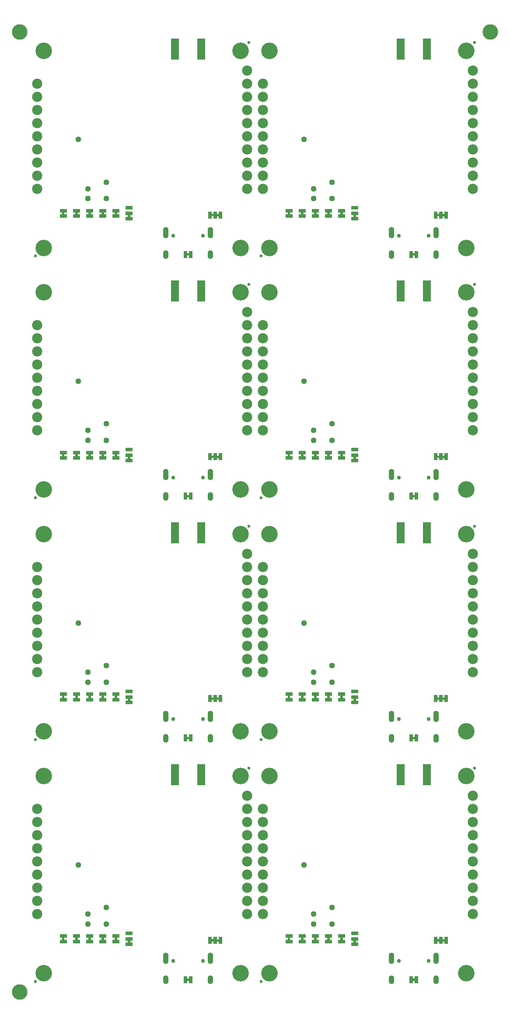
<source format=gbs>
%TF.GenerationSoftware,KiCad,Pcbnew,8.0.7*%
%TF.CreationDate,2025-01-02T13:45:23-07:00*%
%TF.ProjectId,SparkFun_RTK_Postcard_panelized,53706172-6b46-4756-9e5f-52544b5f506f,rev?*%
%TF.SameCoordinates,Original*%
%TF.FileFunction,Soldermask,Bot*%
%TF.FilePolarity,Negative*%
%FSLAX46Y46*%
G04 Gerber Fmt 4.6, Leading zero omitted, Abs format (unit mm)*
G04 Created by KiCad (PCBNEW 8.0.7) date 2025-01-02 13:45:23*
%MOMM*%
%LPD*%
G01*
G04 APERTURE LIST*
G04 Aperture macros list*
%AMRoundRect*
0 Rectangle with rounded corners*
0 $1 Rounding radius*
0 $2 $3 $4 $5 $6 $7 $8 $9 X,Y pos of 4 corners*
0 Add a 4 corners polygon primitive as box body*
4,1,4,$2,$3,$4,$5,$6,$7,$8,$9,$2,$3,0*
0 Add four circle primitives for the rounded corners*
1,1,$1+$1,$2,$3*
1,1,$1+$1,$4,$5*
1,1,$1+$1,$6,$7*
1,1,$1+$1,$8,$9*
0 Add four rect primitives between the rounded corners*
20,1,$1+$1,$2,$3,$4,$5,0*
20,1,$1+$1,$4,$5,$6,$7,0*
20,1,$1+$1,$6,$7,$8,$9,0*
20,1,$1+$1,$8,$9,$2,$3,0*%
G04 Aperture macros list end*
%ADD10C,0.000000*%
%ADD11C,3.000000*%
%ADD12RoundRect,0.558000X-0.000010X0.000010X-0.000010X-0.000010X0.000010X-0.000010X0.000010X0.000010X0*%
%ADD13RoundRect,0.050000X-0.635000X0.330200X-0.635000X-0.330200X0.635000X-0.330200X0.635000X0.330200X0*%
%ADD14RoundRect,0.050000X-0.330200X-0.635000X0.330200X-0.635000X0.330200X0.635000X-0.330200X0.635000X0*%
%ADD15RoundRect,0.050000X0.330200X0.635000X-0.330200X0.635000X-0.330200X-0.635000X0.330200X-0.635000X0*%
%ADD16C,0.600000*%
%ADD17RoundRect,0.050000X0.635000X-0.330200X0.635000X0.330200X-0.635000X0.330200X-0.635000X-0.330200X0*%
%ADD18C,3.200000*%
%ADD19C,1.979600*%
%ADD20C,0.750000*%
%ADD21O,1.100000X1.700000*%
%ADD22O,1.100000X2.200000*%
%ADD23RoundRect,0.050000X-0.750000X-2.000000X0.750000X-2.000000X0.750000X2.000000X-0.750000X2.000000X0*%
G04 APERTURE END LIST*
D10*
%TO.C,JP5*%
G36*
X52810500Y149137500D02*
G01*
X52329500Y149137500D01*
X52329500Y149645500D01*
X52810500Y149645500D01*
X52810500Y149137500D01*
G37*
G36*
X52810500Y102409500D02*
G01*
X52329500Y102409500D01*
X52329500Y102917500D01*
X52810500Y102917500D01*
X52810500Y102409500D01*
G37*
G36*
X52810500Y55681500D02*
G01*
X52329500Y55681500D01*
X52329500Y56189500D01*
X52810500Y56189500D01*
X52810500Y55681500D01*
G37*
G36*
X52810500Y8953500D02*
G01*
X52329500Y8953500D01*
X52329500Y9461500D01*
X52810500Y9461500D01*
X52810500Y8953500D01*
G37*
G36*
X9130500Y149137500D02*
G01*
X8649500Y149137500D01*
X8649500Y149645500D01*
X9130500Y149645500D01*
X9130500Y149137500D01*
G37*
G36*
X9130500Y102409500D02*
G01*
X8649500Y102409500D01*
X8649500Y102917500D01*
X9130500Y102917500D01*
X9130500Y102409500D01*
G37*
G36*
X9130500Y55681500D02*
G01*
X8649500Y55681500D01*
X8649500Y56189500D01*
X9130500Y56189500D01*
X9130500Y55681500D01*
G37*
%TO.C,JP6*%
G36*
X79132050Y148833500D02*
G01*
X78624050Y148833500D01*
X78624050Y149314500D01*
X79132050Y149314500D01*
X79132050Y148833500D01*
G37*
G36*
X80164750Y148810500D02*
G01*
X79656750Y148810500D01*
X79656750Y149291500D01*
X80164750Y149291500D01*
X80164750Y148810500D01*
G37*
G36*
X79132050Y102105500D02*
G01*
X78624050Y102105500D01*
X78624050Y102586500D01*
X79132050Y102586500D01*
X79132050Y102105500D01*
G37*
G36*
X80164750Y102082500D02*
G01*
X79656750Y102082500D01*
X79656750Y102563500D01*
X80164750Y102563500D01*
X80164750Y102082500D01*
G37*
G36*
X79132050Y55377500D02*
G01*
X78624050Y55377500D01*
X78624050Y55858500D01*
X79132050Y55858500D01*
X79132050Y55377500D01*
G37*
G36*
X80164750Y55354500D02*
G01*
X79656750Y55354500D01*
X79656750Y55835500D01*
X80164750Y55835500D01*
X80164750Y55354500D01*
G37*
G36*
X79132050Y8649500D02*
G01*
X78624050Y8649500D01*
X78624050Y9130500D01*
X79132050Y9130500D01*
X79132050Y8649500D01*
G37*
G36*
X80164750Y8626500D02*
G01*
X79656750Y8626500D01*
X79656750Y9107500D01*
X80164750Y9107500D01*
X80164750Y8626500D01*
G37*
G36*
X35452050Y148833500D02*
G01*
X34944050Y148833500D01*
X34944050Y149314500D01*
X35452050Y149314500D01*
X35452050Y148833500D01*
G37*
G36*
X36484750Y148810500D02*
G01*
X35976750Y148810500D01*
X35976750Y149291500D01*
X36484750Y149291500D01*
X36484750Y148810500D01*
G37*
G36*
X35452050Y102105500D02*
G01*
X34944050Y102105500D01*
X34944050Y102586500D01*
X35452050Y102586500D01*
X35452050Y102105500D01*
G37*
G36*
X36484750Y102082500D02*
G01*
X35976750Y102082500D01*
X35976750Y102563500D01*
X36484750Y102563500D01*
X36484750Y102082500D01*
G37*
G36*
X35452050Y55377500D02*
G01*
X34944050Y55377500D01*
X34944050Y55858500D01*
X35452050Y55858500D01*
X35452050Y55377500D01*
G37*
G36*
X36484750Y55354500D02*
G01*
X35976750Y55354500D01*
X35976750Y55835500D01*
X36484750Y55835500D01*
X36484750Y55354500D01*
G37*
%TO.C,JP2*%
G36*
X57890500Y149137500D02*
G01*
X57409500Y149137500D01*
X57409500Y149645500D01*
X57890500Y149645500D01*
X57890500Y149137500D01*
G37*
G36*
X57890500Y102409500D02*
G01*
X57409500Y102409500D01*
X57409500Y102917500D01*
X57890500Y102917500D01*
X57890500Y102409500D01*
G37*
G36*
X57890500Y55681500D02*
G01*
X57409500Y55681500D01*
X57409500Y56189500D01*
X57890500Y56189500D01*
X57890500Y55681500D01*
G37*
G36*
X57890500Y8953500D02*
G01*
X57409500Y8953500D01*
X57409500Y9461500D01*
X57890500Y9461500D01*
X57890500Y8953500D01*
G37*
G36*
X14210500Y149137500D02*
G01*
X13729500Y149137500D01*
X13729500Y149645500D01*
X14210500Y149645500D01*
X14210500Y149137500D01*
G37*
G36*
X14210500Y102409500D02*
G01*
X13729500Y102409500D01*
X13729500Y102917500D01*
X14210500Y102917500D01*
X14210500Y102409500D01*
G37*
G36*
X14210500Y55681500D02*
G01*
X13729500Y55681500D01*
X13729500Y56189500D01*
X14210500Y56189500D01*
X14210500Y55681500D01*
G37*
%TO.C,JP1*%
G36*
X50224250Y149137500D02*
G01*
X49743250Y149137500D01*
X49743250Y149645500D01*
X50224250Y149645500D01*
X50224250Y149137500D01*
G37*
G36*
X50224250Y102409500D02*
G01*
X49743250Y102409500D01*
X49743250Y102917500D01*
X50224250Y102917500D01*
X50224250Y102409500D01*
G37*
G36*
X50224250Y55681500D02*
G01*
X49743250Y55681500D01*
X49743250Y56189500D01*
X50224250Y56189500D01*
X50224250Y55681500D01*
G37*
G36*
X50224250Y8953500D02*
G01*
X49743250Y8953500D01*
X49743250Y9461500D01*
X50224250Y9461500D01*
X50224250Y8953500D01*
G37*
G36*
X6544250Y149137500D02*
G01*
X6063250Y149137500D01*
X6063250Y149645500D01*
X6544250Y149645500D01*
X6544250Y149137500D01*
G37*
G36*
X6544250Y102409500D02*
G01*
X6063250Y102409500D01*
X6063250Y102917500D01*
X6544250Y102917500D01*
X6544250Y102409500D01*
G37*
G36*
X6544250Y55681500D02*
G01*
X6063250Y55681500D01*
X6063250Y56189500D01*
X6544250Y56189500D01*
X6544250Y55681500D01*
G37*
%TO.C,JP7*%
G36*
X74414000Y141209750D02*
G01*
X73906000Y141209750D01*
X73906000Y141690750D01*
X74414000Y141690750D01*
X74414000Y141209750D01*
G37*
G36*
X74414000Y94481750D02*
G01*
X73906000Y94481750D01*
X73906000Y94962750D01*
X74414000Y94962750D01*
X74414000Y94481750D01*
G37*
G36*
X74414000Y47753750D02*
G01*
X73906000Y47753750D01*
X73906000Y48234750D01*
X74414000Y48234750D01*
X74414000Y47753750D01*
G37*
G36*
X74414000Y1025750D02*
G01*
X73906000Y1025750D01*
X73906000Y1506750D01*
X74414000Y1506750D01*
X74414000Y1025750D01*
G37*
G36*
X30734000Y141209750D02*
G01*
X30226000Y141209750D01*
X30226000Y141690750D01*
X30734000Y141690750D01*
X30734000Y141209750D01*
G37*
G36*
X30734000Y94481750D02*
G01*
X30226000Y94481750D01*
X30226000Y94962750D01*
X30734000Y94962750D01*
X30734000Y94481750D01*
G37*
G36*
X30734000Y47753750D02*
G01*
X30226000Y47753750D01*
X30226000Y48234750D01*
X30734000Y48234750D01*
X30734000Y47753750D01*
G37*
%TO.C,JP8*%
G36*
X60430500Y149137500D02*
G01*
X59949500Y149137500D01*
X59949500Y149645500D01*
X60430500Y149645500D01*
X60430500Y149137500D01*
G37*
G36*
X60430500Y102409500D02*
G01*
X59949500Y102409500D01*
X59949500Y102917500D01*
X60430500Y102917500D01*
X60430500Y102409500D01*
G37*
G36*
X60430500Y55681500D02*
G01*
X59949500Y55681500D01*
X59949500Y56189500D01*
X60430500Y56189500D01*
X60430500Y55681500D01*
G37*
G36*
X60430500Y8953500D02*
G01*
X59949500Y8953500D01*
X59949500Y9461500D01*
X60430500Y9461500D01*
X60430500Y8953500D01*
G37*
G36*
X16750500Y149137500D02*
G01*
X16269500Y149137500D01*
X16269500Y149645500D01*
X16750500Y149645500D01*
X16750500Y149137500D01*
G37*
G36*
X16750500Y102409500D02*
G01*
X16269500Y102409500D01*
X16269500Y102917500D01*
X16750500Y102917500D01*
X16750500Y102409500D01*
G37*
G36*
X16750500Y55681500D02*
G01*
X16269500Y55681500D01*
X16269500Y56189500D01*
X16750500Y56189500D01*
X16750500Y55681500D01*
G37*
%TO.C,JP3*%
G36*
X55350500Y149137500D02*
G01*
X54869500Y149137500D01*
X54869500Y149645500D01*
X55350500Y149645500D01*
X55350500Y149137500D01*
G37*
G36*
X55350500Y102409500D02*
G01*
X54869500Y102409500D01*
X54869500Y102917500D01*
X55350500Y102917500D01*
X55350500Y102409500D01*
G37*
G36*
X55350500Y55681500D02*
G01*
X54869500Y55681500D01*
X54869500Y56189500D01*
X55350500Y56189500D01*
X55350500Y55681500D01*
G37*
G36*
X55350500Y8953500D02*
G01*
X54869500Y8953500D01*
X54869500Y9461500D01*
X55350500Y9461500D01*
X55350500Y8953500D01*
G37*
G36*
X11670500Y149137500D02*
G01*
X11189500Y149137500D01*
X11189500Y149645500D01*
X11670500Y149645500D01*
X11670500Y149137500D01*
G37*
G36*
X11670500Y102409500D02*
G01*
X11189500Y102409500D01*
X11189500Y102917500D01*
X11670500Y102917500D01*
X11670500Y102409500D01*
G37*
G36*
X11670500Y55681500D02*
G01*
X11189500Y55681500D01*
X11189500Y56189500D01*
X11670500Y56189500D01*
X11670500Y55681500D01*
G37*
%TO.C,JP4*%
G36*
X62970500Y148616800D02*
G01*
X62489500Y148616800D01*
X62489500Y149124800D01*
X62970500Y149124800D01*
X62970500Y148616800D01*
G37*
G36*
X62970500Y101888800D02*
G01*
X62489500Y101888800D01*
X62489500Y102396800D01*
X62970500Y102396800D01*
X62970500Y101888800D01*
G37*
G36*
X62970500Y55160800D02*
G01*
X62489500Y55160800D01*
X62489500Y55668800D01*
X62970500Y55668800D01*
X62970500Y55160800D01*
G37*
G36*
X62970500Y8432800D02*
G01*
X62489500Y8432800D01*
X62489500Y8940800D01*
X62970500Y8940800D01*
X62970500Y8432800D01*
G37*
G36*
X19290500Y148616800D02*
G01*
X18809500Y148616800D01*
X18809500Y149124800D01*
X19290500Y149124800D01*
X19290500Y148616800D01*
G37*
G36*
X19290500Y101888800D02*
G01*
X18809500Y101888800D01*
X18809500Y102396800D01*
X19290500Y102396800D01*
X19290500Y101888800D01*
G37*
G36*
X19290500Y55160800D02*
G01*
X18809500Y55160800D01*
X18809500Y55668800D01*
X19290500Y55668800D01*
X19290500Y55160800D01*
G37*
G36*
X19290500Y8432800D02*
G01*
X18809500Y8432800D01*
X18809500Y8940800D01*
X19290500Y8940800D01*
X19290500Y8432800D01*
G37*
%TO.C,JP3*%
G36*
X11670500Y8953500D02*
G01*
X11189500Y8953500D01*
X11189500Y9461500D01*
X11670500Y9461500D01*
X11670500Y8953500D01*
G37*
%TO.C,JP8*%
G36*
X16750500Y8953500D02*
G01*
X16269500Y8953500D01*
X16269500Y9461500D01*
X16750500Y9461500D01*
X16750500Y8953500D01*
G37*
%TO.C,JP7*%
G36*
X30734000Y1025750D02*
G01*
X30226000Y1025750D01*
X30226000Y1506750D01*
X30734000Y1506750D01*
X30734000Y1025750D01*
G37*
%TO.C,JP1*%
G36*
X6544250Y8953500D02*
G01*
X6063250Y8953500D01*
X6063250Y9461500D01*
X6544250Y9461500D01*
X6544250Y8953500D01*
G37*
%TO.C,JP2*%
G36*
X14210500Y8953500D02*
G01*
X13729500Y8953500D01*
X13729500Y9461500D01*
X14210500Y9461500D01*
X14210500Y8953500D01*
G37*
%TO.C,JP6*%
G36*
X35452050Y8649500D02*
G01*
X34944050Y8649500D01*
X34944050Y9130500D01*
X35452050Y9130500D01*
X35452050Y8649500D01*
G37*
G36*
X36484750Y8626500D02*
G01*
X35976750Y8626500D01*
X35976750Y9107500D01*
X36484750Y9107500D01*
X36484750Y8626500D01*
G37*
%TO.C,JP5*%
G36*
X9130500Y8953500D02*
G01*
X8649500Y8953500D01*
X8649500Y9461500D01*
X9130500Y9461500D01*
X9130500Y8953500D01*
G37*
%TD*%
D11*
%TO.C,*%
X88947500Y184412000D03*
%TD*%
%TO.C,*%
X-2087500Y184412000D03*
%TD*%
%TO.C,*%
X-2087500Y-1048000D03*
%TD*%
D12*
%TO.C,TP6*%
X52887500Y163679000D03*
%TD*%
%TO.C,TP6*%
X52887500Y116951000D03*
%TD*%
%TO.C,TP6*%
X52887500Y70223000D03*
%TD*%
%TO.C,TP6*%
X52887500Y23495000D03*
%TD*%
%TO.C,TP6*%
X9207500Y163679000D03*
%TD*%
%TO.C,TP6*%
X9207500Y116951000D03*
%TD*%
%TO.C,TP6*%
X9207500Y70223000D03*
%TD*%
D13*
%TO.C,JP5*%
X52570000Y149912200D03*
X52570000Y148870800D03*
%TD*%
%TO.C,JP5*%
X52570000Y103184200D03*
X52570000Y102142800D03*
%TD*%
%TO.C,JP5*%
X52570000Y56456200D03*
X52570000Y55414800D03*
%TD*%
%TO.C,JP5*%
X52570000Y9728200D03*
X52570000Y8686800D03*
%TD*%
%TO.C,JP5*%
X8890000Y149912200D03*
X8890000Y148870800D03*
%TD*%
%TO.C,JP5*%
X8890000Y103184200D03*
X8890000Y102142800D03*
%TD*%
%TO.C,JP5*%
X8890000Y56456200D03*
X8890000Y55414800D03*
%TD*%
D14*
%TO.C,JP6*%
X78357350Y149074000D03*
X79398750Y149074000D03*
D15*
X80440150Y149074000D03*
%TD*%
D14*
%TO.C,JP6*%
X78357350Y102346000D03*
X79398750Y102346000D03*
D15*
X80440150Y102346000D03*
%TD*%
D14*
%TO.C,JP6*%
X78357350Y55618000D03*
X79398750Y55618000D03*
D15*
X80440150Y55618000D03*
%TD*%
D14*
%TO.C,JP6*%
X78357350Y8890000D03*
X79398750Y8890000D03*
D15*
X80440150Y8890000D03*
%TD*%
D14*
%TO.C,JP6*%
X34677350Y149074000D03*
X35718750Y149074000D03*
D15*
X36760150Y149074000D03*
%TD*%
D14*
%TO.C,JP6*%
X34677350Y102346000D03*
X35718750Y102346000D03*
D15*
X36760150Y102346000D03*
%TD*%
D14*
%TO.C,JP6*%
X34677350Y55618000D03*
X35718750Y55618000D03*
D15*
X36760150Y55618000D03*
%TD*%
D13*
%TO.C,JP2*%
X57650000Y149912200D03*
X57650000Y148870800D03*
%TD*%
%TO.C,JP2*%
X57650000Y103184200D03*
X57650000Y102142800D03*
%TD*%
%TO.C,JP2*%
X57650000Y56456200D03*
X57650000Y55414800D03*
%TD*%
%TO.C,JP2*%
X57650000Y9728200D03*
X57650000Y8686800D03*
%TD*%
%TO.C,JP2*%
X13970000Y149912200D03*
X13970000Y148870800D03*
%TD*%
%TO.C,JP2*%
X13970000Y103184200D03*
X13970000Y102142800D03*
%TD*%
%TO.C,JP2*%
X13970000Y56456200D03*
X13970000Y55414800D03*
%TD*%
D12*
%TO.C,TP3*%
X54792500Y152249000D03*
%TD*%
%TO.C,TP3*%
X54792500Y105521000D03*
%TD*%
%TO.C,TP3*%
X54792500Y58793000D03*
%TD*%
%TO.C,TP3*%
X54792500Y12065000D03*
%TD*%
%TO.C,TP3*%
X11112500Y152249000D03*
%TD*%
%TO.C,TP3*%
X11112500Y105521000D03*
%TD*%
%TO.C,TP3*%
X11112500Y58793000D03*
%TD*%
D13*
%TO.C,JP1*%
X49983750Y149912200D03*
X49983750Y148870800D03*
%TD*%
%TO.C,JP1*%
X49983750Y103184200D03*
X49983750Y102142800D03*
%TD*%
%TO.C,JP1*%
X49983750Y56456200D03*
X49983750Y55414800D03*
%TD*%
%TO.C,JP1*%
X49983750Y9728200D03*
X49983750Y8686800D03*
%TD*%
%TO.C,JP1*%
X6303750Y149912200D03*
X6303750Y148870800D03*
%TD*%
%TO.C,JP1*%
X6303750Y103184200D03*
X6303750Y102142800D03*
%TD*%
%TO.C,JP1*%
X6303750Y56456200D03*
X6303750Y55414800D03*
%TD*%
D12*
%TO.C,TP4*%
X58285000Y152249000D03*
%TD*%
%TO.C,TP4*%
X58285000Y105521000D03*
%TD*%
%TO.C,TP4*%
X58285000Y58793000D03*
%TD*%
%TO.C,TP4*%
X58285000Y12065000D03*
%TD*%
%TO.C,TP4*%
X14605000Y152249000D03*
%TD*%
%TO.C,TP4*%
X14605000Y105521000D03*
%TD*%
%TO.C,TP4*%
X14605000Y58793000D03*
%TD*%
D16*
%TO.C,FID1*%
X85907500Y182411500D03*
%TD*%
%TO.C,FID1*%
X85907500Y135683500D03*
%TD*%
%TO.C,FID1*%
X85907500Y88955500D03*
%TD*%
%TO.C,FID1*%
X85907500Y42227500D03*
%TD*%
%TO.C,FID1*%
X42227500Y182411500D03*
%TD*%
%TO.C,FID1*%
X42227500Y135683500D03*
%TD*%
%TO.C,FID1*%
X42227500Y88955500D03*
%TD*%
%TO.C,FID2*%
X44632500Y141136500D03*
%TD*%
%TO.C,FID2*%
X44632500Y94408500D03*
%TD*%
%TO.C,FID2*%
X44632500Y47680500D03*
%TD*%
%TO.C,FID2*%
X44632500Y952500D03*
%TD*%
%TO.C,FID2*%
X952500Y141136500D03*
%TD*%
%TO.C,FID2*%
X952500Y94408500D03*
%TD*%
%TO.C,FID2*%
X952500Y47680500D03*
%TD*%
D12*
%TO.C,TP2*%
X54792500Y154154000D03*
%TD*%
%TO.C,TP2*%
X54792500Y107426000D03*
%TD*%
%TO.C,TP2*%
X54792500Y60698000D03*
%TD*%
%TO.C,TP2*%
X54792500Y13970000D03*
%TD*%
%TO.C,TP2*%
X11112500Y154154000D03*
%TD*%
%TO.C,TP2*%
X11112500Y107426000D03*
%TD*%
%TO.C,TP2*%
X11112500Y60698000D03*
%TD*%
D14*
%TO.C,JP7*%
X73639300Y141450250D03*
X74680700Y141450250D03*
%TD*%
%TO.C,JP7*%
X73639300Y94722250D03*
X74680700Y94722250D03*
%TD*%
%TO.C,JP7*%
X73639300Y47994250D03*
X74680700Y47994250D03*
%TD*%
%TO.C,JP7*%
X73639300Y1266250D03*
X74680700Y1266250D03*
%TD*%
%TO.C,JP7*%
X29959300Y141450250D03*
X31000700Y141450250D03*
%TD*%
%TO.C,JP7*%
X29959300Y94722250D03*
X31000700Y94722250D03*
%TD*%
%TO.C,JP7*%
X29959300Y47994250D03*
X31000700Y47994250D03*
%TD*%
D17*
%TO.C,JP8*%
X60190000Y148870800D03*
X60190000Y149912200D03*
%TD*%
%TO.C,JP8*%
X60190000Y102142800D03*
X60190000Y103184200D03*
%TD*%
%TO.C,JP8*%
X60190000Y55414800D03*
X60190000Y56456200D03*
%TD*%
%TO.C,JP8*%
X60190000Y8686800D03*
X60190000Y9728200D03*
%TD*%
%TO.C,JP8*%
X16510000Y148870800D03*
X16510000Y149912200D03*
%TD*%
%TO.C,JP8*%
X16510000Y102142800D03*
X16510000Y103184200D03*
%TD*%
%TO.C,JP8*%
X16510000Y55414800D03*
X16510000Y56456200D03*
%TD*%
D13*
%TO.C,JP3*%
X55110000Y149912200D03*
X55110000Y148870800D03*
%TD*%
%TO.C,JP3*%
X55110000Y103184200D03*
X55110000Y102142800D03*
%TD*%
%TO.C,JP3*%
X55110000Y56456200D03*
X55110000Y55414800D03*
%TD*%
%TO.C,JP3*%
X55110000Y9728200D03*
X55110000Y8686800D03*
%TD*%
%TO.C,JP3*%
X11430000Y149912200D03*
X11430000Y148870800D03*
%TD*%
%TO.C,JP3*%
X11430000Y103184200D03*
X11430000Y102142800D03*
%TD*%
%TO.C,JP3*%
X11430000Y56456200D03*
X11430000Y55414800D03*
%TD*%
D12*
%TO.C,TP1*%
X58285000Y155424000D03*
%TD*%
%TO.C,TP1*%
X58285000Y108696000D03*
%TD*%
%TO.C,TP1*%
X58285000Y61968000D03*
%TD*%
%TO.C,TP1*%
X58285000Y15240000D03*
%TD*%
%TO.C,TP1*%
X14605000Y155424000D03*
%TD*%
%TO.C,TP1*%
X14605000Y108696000D03*
%TD*%
%TO.C,TP1*%
X14605000Y61968000D03*
%TD*%
D17*
%TO.C,JP4*%
X62730000Y148350100D03*
X62730000Y149391500D03*
D13*
X62730000Y150432900D03*
%TD*%
D17*
%TO.C,JP4*%
X62730000Y101622100D03*
X62730000Y102663500D03*
D13*
X62730000Y103704900D03*
%TD*%
D17*
%TO.C,JP4*%
X62730000Y54894100D03*
X62730000Y55935500D03*
D13*
X62730000Y56976900D03*
%TD*%
D17*
%TO.C,JP4*%
X62730000Y8166100D03*
X62730000Y9207500D03*
D13*
X62730000Y10248900D03*
%TD*%
D17*
%TO.C,JP4*%
X19050000Y148350100D03*
X19050000Y149391500D03*
D13*
X19050000Y150432900D03*
%TD*%
D17*
%TO.C,JP4*%
X19050000Y101622100D03*
X19050000Y102663500D03*
D13*
X19050000Y103704900D03*
%TD*%
D17*
%TO.C,JP4*%
X19050000Y54894100D03*
X19050000Y55935500D03*
D13*
X19050000Y56976900D03*
%TD*%
D18*
%TO.C,ST4*%
X84320000Y142724000D03*
%TD*%
%TO.C,ST4*%
X84320000Y95996000D03*
%TD*%
%TO.C,ST4*%
X84320000Y49268000D03*
%TD*%
%TO.C,ST4*%
X84320000Y2540000D03*
%TD*%
%TO.C,ST4*%
X40640000Y142724000D03*
%TD*%
%TO.C,ST4*%
X40640000Y95996000D03*
%TD*%
%TO.C,ST4*%
X40640000Y49268000D03*
%TD*%
D19*
%TO.C,J5*%
X44950000Y154154000D03*
X44950000Y156694000D03*
X44950000Y159234000D03*
X44950000Y161774000D03*
X44950000Y164314000D03*
X44950000Y166854000D03*
X44950000Y169394000D03*
X44950000Y171934000D03*
X44950000Y174474000D03*
%TD*%
%TO.C,J5*%
X44950000Y107426000D03*
X44950000Y109966000D03*
X44950000Y112506000D03*
X44950000Y115046000D03*
X44950000Y117586000D03*
X44950000Y120126000D03*
X44950000Y122666000D03*
X44950000Y125206000D03*
X44950000Y127746000D03*
%TD*%
%TO.C,J5*%
X44950000Y60698000D03*
X44950000Y63238000D03*
X44950000Y65778000D03*
X44950000Y68318000D03*
X44950000Y70858000D03*
X44950000Y73398000D03*
X44950000Y75938000D03*
X44950000Y78478000D03*
X44950000Y81018000D03*
%TD*%
%TO.C,J5*%
X44950000Y13970000D03*
X44950000Y16510000D03*
X44950000Y19050000D03*
X44950000Y21590000D03*
X44950000Y24130000D03*
X44950000Y26670000D03*
X44950000Y29210000D03*
X44950000Y31750000D03*
X44950000Y34290000D03*
%TD*%
%TO.C,J5*%
X1270000Y154154000D03*
X1270000Y156694000D03*
X1270000Y159234000D03*
X1270000Y161774000D03*
X1270000Y164314000D03*
X1270000Y166854000D03*
X1270000Y169394000D03*
X1270000Y171934000D03*
X1270000Y174474000D03*
%TD*%
%TO.C,J5*%
X1270000Y107426000D03*
X1270000Y109966000D03*
X1270000Y112506000D03*
X1270000Y115046000D03*
X1270000Y117586000D03*
X1270000Y120126000D03*
X1270000Y122666000D03*
X1270000Y125206000D03*
X1270000Y127746000D03*
%TD*%
%TO.C,J5*%
X1270000Y60698000D03*
X1270000Y63238000D03*
X1270000Y65778000D03*
X1270000Y68318000D03*
X1270000Y70858000D03*
X1270000Y73398000D03*
X1270000Y75938000D03*
X1270000Y78478000D03*
X1270000Y81018000D03*
%TD*%
D18*
%TO.C,ST3*%
X46220000Y142724000D03*
%TD*%
%TO.C,ST3*%
X46220000Y95996000D03*
%TD*%
%TO.C,ST3*%
X46220000Y49268000D03*
%TD*%
%TO.C,ST3*%
X46220000Y2540000D03*
%TD*%
%TO.C,ST3*%
X2540000Y142724000D03*
%TD*%
%TO.C,ST3*%
X2540000Y95996000D03*
%TD*%
%TO.C,ST3*%
X2540000Y49268000D03*
%TD*%
%TO.C,ST1*%
X46220000Y180824000D03*
%TD*%
%TO.C,ST1*%
X46220000Y134096000D03*
%TD*%
%TO.C,ST1*%
X46220000Y87368000D03*
%TD*%
%TO.C,ST1*%
X46220000Y40640000D03*
%TD*%
%TO.C,ST1*%
X2540000Y180824000D03*
%TD*%
%TO.C,ST1*%
X2540000Y134096000D03*
%TD*%
%TO.C,ST1*%
X2540000Y87368000D03*
%TD*%
D19*
%TO.C,J11*%
X85590000Y177014000D03*
X85590000Y174474000D03*
X85590000Y171934000D03*
X85590000Y169394000D03*
X85590000Y166854000D03*
X85590000Y164314000D03*
X85590000Y161774000D03*
X85590000Y159234000D03*
X85590000Y156694000D03*
X85590000Y154154000D03*
%TD*%
%TO.C,J11*%
X85590000Y130286000D03*
X85590000Y127746000D03*
X85590000Y125206000D03*
X85590000Y122666000D03*
X85590000Y120126000D03*
X85590000Y117586000D03*
X85590000Y115046000D03*
X85590000Y112506000D03*
X85590000Y109966000D03*
X85590000Y107426000D03*
%TD*%
%TO.C,J11*%
X85590000Y83558000D03*
X85590000Y81018000D03*
X85590000Y78478000D03*
X85590000Y75938000D03*
X85590000Y73398000D03*
X85590000Y70858000D03*
X85590000Y68318000D03*
X85590000Y65778000D03*
X85590000Y63238000D03*
X85590000Y60698000D03*
%TD*%
%TO.C,J11*%
X85590000Y36830000D03*
X85590000Y34290000D03*
X85590000Y31750000D03*
X85590000Y29210000D03*
X85590000Y26670000D03*
X85590000Y24130000D03*
X85590000Y21590000D03*
X85590000Y19050000D03*
X85590000Y16510000D03*
X85590000Y13970000D03*
%TD*%
%TO.C,J11*%
X41910000Y177014000D03*
X41910000Y174474000D03*
X41910000Y171934000D03*
X41910000Y169394000D03*
X41910000Y166854000D03*
X41910000Y164314000D03*
X41910000Y161774000D03*
X41910000Y159234000D03*
X41910000Y156694000D03*
X41910000Y154154000D03*
%TD*%
%TO.C,J11*%
X41910000Y130286000D03*
X41910000Y127746000D03*
X41910000Y125206000D03*
X41910000Y122666000D03*
X41910000Y120126000D03*
X41910000Y117586000D03*
X41910000Y115046000D03*
X41910000Y112506000D03*
X41910000Y109966000D03*
X41910000Y107426000D03*
%TD*%
%TO.C,J11*%
X41910000Y83558000D03*
X41910000Y81018000D03*
X41910000Y78478000D03*
X41910000Y75938000D03*
X41910000Y73398000D03*
X41910000Y70858000D03*
X41910000Y68318000D03*
X41910000Y65778000D03*
X41910000Y63238000D03*
X41910000Y60698000D03*
%TD*%
D18*
%TO.C,ST2*%
X84320000Y180824000D03*
%TD*%
%TO.C,ST2*%
X84320000Y134096000D03*
%TD*%
%TO.C,ST2*%
X84320000Y87368000D03*
%TD*%
%TO.C,ST2*%
X84320000Y40640000D03*
%TD*%
%TO.C,ST2*%
X40640000Y180824000D03*
%TD*%
%TO.C,ST2*%
X40640000Y134096000D03*
%TD*%
%TO.C,ST2*%
X40640000Y87368000D03*
%TD*%
D20*
%TO.C,J1*%
X71270000Y145089000D03*
X77050000Y145089000D03*
D21*
X69842000Y141439000D03*
D22*
X69842000Y145619000D03*
X78478000Y145619000D03*
D21*
X78478000Y141439000D03*
%TD*%
D20*
%TO.C,J1*%
X71270000Y98361000D03*
X77050000Y98361000D03*
D21*
X69842000Y94711000D03*
D22*
X69842000Y98891000D03*
X78478000Y98891000D03*
D21*
X78478000Y94711000D03*
%TD*%
D20*
%TO.C,J1*%
X71270000Y51633000D03*
X77050000Y51633000D03*
D21*
X69842000Y47983000D03*
D22*
X69842000Y52163000D03*
X78478000Y52163000D03*
D21*
X78478000Y47983000D03*
%TD*%
D20*
%TO.C,J1*%
X71270000Y4905000D03*
X77050000Y4905000D03*
D21*
X69842000Y1255000D03*
D22*
X69842000Y5435000D03*
X78478000Y5435000D03*
D21*
X78478000Y1255000D03*
%TD*%
D20*
%TO.C,J1*%
X27590000Y145089000D03*
X33370000Y145089000D03*
D21*
X26162000Y141439000D03*
D22*
X26162000Y145619000D03*
X34798000Y145619000D03*
D21*
X34798000Y141439000D03*
%TD*%
D20*
%TO.C,J1*%
X27590000Y98361000D03*
X33370000Y98361000D03*
D21*
X26162000Y94711000D03*
D22*
X26162000Y98891000D03*
X34798000Y98891000D03*
D21*
X34798000Y94711000D03*
%TD*%
D20*
%TO.C,J1*%
X27590000Y51633000D03*
X33370000Y51633000D03*
D21*
X26162000Y47983000D03*
D22*
X26162000Y52163000D03*
X34798000Y52163000D03*
D21*
X34798000Y47983000D03*
%TD*%
D23*
%TO.C,J2*%
X71620000Y181141500D03*
X76700000Y181141500D03*
%TD*%
%TO.C,J2*%
X71620000Y134413500D03*
X76700000Y134413500D03*
%TD*%
%TO.C,J2*%
X71620000Y87685500D03*
X76700000Y87685500D03*
%TD*%
%TO.C,J2*%
X71620000Y40957500D03*
X76700000Y40957500D03*
%TD*%
%TO.C,J2*%
X27940000Y181141500D03*
X33020000Y181141500D03*
%TD*%
%TO.C,J2*%
X27940000Y134413500D03*
X33020000Y134413500D03*
%TD*%
%TO.C,J2*%
X27940000Y87685500D03*
X33020000Y87685500D03*
%TD*%
%TO.C,J2*%
X27940000Y40957500D03*
X33020000Y40957500D03*
%TD*%
D20*
%TO.C,J1*%
X27590000Y4905000D03*
X33370000Y4905000D03*
D21*
X26162000Y1255000D03*
D22*
X26162000Y5435000D03*
X34798000Y5435000D03*
D21*
X34798000Y1255000D03*
%TD*%
D18*
%TO.C,ST2*%
X40640000Y40640000D03*
%TD*%
D19*
%TO.C,J11*%
X41910000Y36830000D03*
X41910000Y34290000D03*
X41910000Y31750000D03*
X41910000Y29210000D03*
X41910000Y26670000D03*
X41910000Y24130000D03*
X41910000Y21590000D03*
X41910000Y19050000D03*
X41910000Y16510000D03*
X41910000Y13970000D03*
%TD*%
D18*
%TO.C,ST1*%
X2540000Y40640000D03*
%TD*%
%TO.C,ST3*%
X2540000Y2540000D03*
%TD*%
D19*
%TO.C,J5*%
X1270000Y13970000D03*
X1270000Y16510000D03*
X1270000Y19050000D03*
X1270000Y21590000D03*
X1270000Y24130000D03*
X1270000Y26670000D03*
X1270000Y29210000D03*
X1270000Y31750000D03*
X1270000Y34290000D03*
%TD*%
D18*
%TO.C,ST4*%
X40640000Y2540000D03*
%TD*%
D17*
%TO.C,JP4*%
X19050000Y8166100D03*
X19050000Y9207500D03*
D13*
X19050000Y10248900D03*
%TD*%
D12*
%TO.C,TP1*%
X14605000Y15240000D03*
%TD*%
D13*
%TO.C,JP3*%
X11430000Y9728200D03*
X11430000Y8686800D03*
%TD*%
D17*
%TO.C,JP8*%
X16510000Y8686800D03*
X16510000Y9728200D03*
%TD*%
D14*
%TO.C,JP7*%
X29959300Y1266250D03*
X31000700Y1266250D03*
%TD*%
D12*
%TO.C,TP2*%
X11112500Y13970000D03*
%TD*%
D16*
%TO.C,FID2*%
X952500Y952500D03*
%TD*%
%TO.C,FID1*%
X42227500Y42227500D03*
%TD*%
D12*
%TO.C,TP4*%
X14605000Y12065000D03*
%TD*%
D13*
%TO.C,JP1*%
X6303750Y9728200D03*
X6303750Y8686800D03*
%TD*%
D12*
%TO.C,TP3*%
X11112500Y12065000D03*
%TD*%
D13*
%TO.C,JP2*%
X13970000Y9728200D03*
X13970000Y8686800D03*
%TD*%
D14*
%TO.C,JP6*%
X34677350Y8890000D03*
X35718750Y8890000D03*
D15*
X36760150Y8890000D03*
%TD*%
D13*
%TO.C,JP5*%
X8890000Y9728200D03*
X8890000Y8686800D03*
%TD*%
D12*
%TO.C,TP6*%
X9207500Y23495000D03*
%TD*%
M02*

</source>
